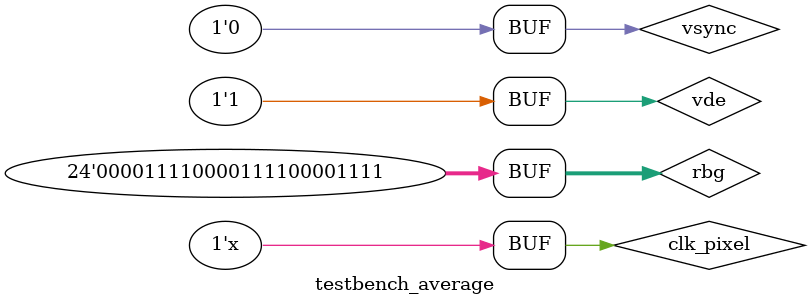
<source format=v>
`timescale 1ns / 1ps

module testbench_average();
    reg vde;
    reg vsync;
    reg clk_pixel;
    reg [23:0]rbg;
    wire [7:0]r_average;
    wire [7:0]g_average;
    wire [7:0]b_average;
    wire [23:0]rbg_average;
    getRGBaverge ga0(
        .clk_pixel(clk_pixel),
        .vsync(vsync),
        .rbg(rbg),
        .vde(vde),
        .r_average(r_average),
        .g_average(g_average),
        .b_average(b_average),
        .rbg_average(rbg_average)
    );
    initial
        begin
            vde=1;
            vsync=0;
            clk_pixel=0;
            rbg={8'd10,8'd10,8'd10};
            #1000
            vsync=1;
            #20
            vsync=0;
            rbg={8'd15,8'd15,8'd15};
             #1000
            vsync=1;
            #20
            vsync=0;
        end
        always #10 clk_pixel=~clk_pixel;
endmodule

</source>
